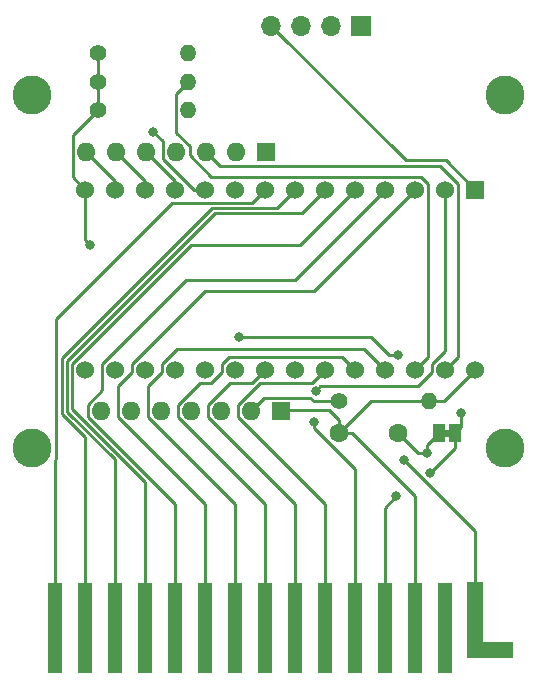
<source format=gtl>
G04 #@! TF.GenerationSoftware,KiCad,Pcbnew,(5.1.8)-1*
G04 #@! TF.CreationDate,2021-12-18T01:10:41-08:00*
G04 #@! TF.ProjectId,ensoniq-cartridge,656e736f-6e69-4712-9d63-617274726964,rev?*
G04 #@! TF.SameCoordinates,Original*
G04 #@! TF.FileFunction,Copper,L1,Top*
G04 #@! TF.FilePolarity,Positive*
%FSLAX46Y46*%
G04 Gerber Fmt 4.6, Leading zero omitted, Abs format (unit mm)*
G04 Created by KiCad (PCBNEW (5.1.8)-1) date 2021-12-18 01:10:41*
%MOMM*%
%LPD*%
G01*
G04 APERTURE LIST*
G04 #@! TA.AperFunction,EtchedComponent*
%ADD10C,0.100000*%
G04 #@! TD*
G04 #@! TA.AperFunction,ComponentPad*
%ADD11R,1.524000X1.524000*%
G04 #@! TD*
G04 #@! TA.AperFunction,ComponentPad*
%ADD12C,1.524000*%
G04 #@! TD*
G04 #@! TA.AperFunction,ComponentPad*
%ADD13O,1.400000X1.400000*%
G04 #@! TD*
G04 #@! TA.AperFunction,ComponentPad*
%ADD14C,1.400000*%
G04 #@! TD*
G04 #@! TA.AperFunction,ComponentPad*
%ADD15C,1.600000*%
G04 #@! TD*
G04 #@! TA.AperFunction,ConnectorPad*
%ADD16C,0.100000*%
G04 #@! TD*
G04 #@! TA.AperFunction,ConnectorPad*
%ADD17R,1.270000X7.620000*%
G04 #@! TD*
G04 #@! TA.AperFunction,SMDPad,CuDef*
%ADD18R,1.000000X1.500000*%
G04 #@! TD*
G04 #@! TA.AperFunction,ComponentPad*
%ADD19O,1.700000X1.700000*%
G04 #@! TD*
G04 #@! TA.AperFunction,ComponentPad*
%ADD20R,1.700000X1.700000*%
G04 #@! TD*
G04 #@! TA.AperFunction,ComponentPad*
%ADD21R,1.600000X1.600000*%
G04 #@! TD*
G04 #@! TA.AperFunction,ComponentPad*
%ADD22O,1.600000X1.600000*%
G04 #@! TD*
G04 #@! TA.AperFunction,ViaPad*
%ADD23C,3.302000*%
G04 #@! TD*
G04 #@! TA.AperFunction,ViaPad*
%ADD24C,0.800000*%
G04 #@! TD*
G04 #@! TA.AperFunction,Conductor*
%ADD25C,0.250000*%
G04 #@! TD*
G04 APERTURE END LIST*
D10*
G36*
X135693200Y-113380800D02*
G01*
X135193200Y-113380800D01*
X135193200Y-112780800D01*
X135693200Y-112780800D01*
X135693200Y-113380800D01*
G37*
D11*
X137833100Y-92468700D03*
D12*
X135293100Y-92468700D03*
X132753100Y-92468700D03*
X130213100Y-92468700D03*
X127673100Y-92468700D03*
X125133100Y-92468700D03*
X122593100Y-92468700D03*
X120053100Y-92468700D03*
X117513100Y-92468700D03*
X114973100Y-92468700D03*
X112433100Y-92468700D03*
X109893100Y-92468700D03*
X107353100Y-92468700D03*
X104813100Y-92468700D03*
X104813100Y-107708700D03*
X107353100Y-107708700D03*
X109893100Y-107708700D03*
X112433100Y-107708700D03*
X114973100Y-107708700D03*
X117513100Y-107708700D03*
X120053100Y-107708700D03*
X122593100Y-107708700D03*
X125133100Y-107708700D03*
X127673100Y-107708700D03*
X130213100Y-107708700D03*
X132753100Y-107708700D03*
X135293100Y-107708700D03*
X137833100Y-107708700D03*
D13*
X113538000Y-83312000D03*
D14*
X105918000Y-83312000D03*
D13*
X113538000Y-80899000D03*
D14*
X105918000Y-80899000D03*
D13*
X113538000Y-85725000D03*
D14*
X105918000Y-85725000D03*
D15*
X131288800Y-113080800D03*
X126288800Y-113080800D03*
G04 #@! TA.AperFunction,ConnectorPad*
D16*
G36*
X138439755Y-125680961D02*
G01*
X138449134Y-125683806D01*
X138457779Y-125688427D01*
X138465355Y-125694645D01*
X138471573Y-125702221D01*
X138476194Y-125710866D01*
X138479039Y-125720245D01*
X138480000Y-125730000D01*
X138480000Y-130760000D01*
X140970000Y-130760000D01*
X140979755Y-130760961D01*
X140989134Y-130763806D01*
X140997779Y-130768427D01*
X141005355Y-130774645D01*
X141011573Y-130782221D01*
X141016194Y-130790866D01*
X141019039Y-130800245D01*
X141020000Y-130810000D01*
X141020000Y-132080000D01*
X141019039Y-132089755D01*
X141016194Y-132099134D01*
X141011573Y-132107779D01*
X141005355Y-132115355D01*
X140997779Y-132121573D01*
X140989134Y-132126194D01*
X140979755Y-132129039D01*
X140970000Y-132130000D01*
X137160000Y-132130000D01*
X137150245Y-132129039D01*
X137140866Y-132126194D01*
X137132221Y-132121573D01*
X137124645Y-132115355D01*
X137118427Y-132107779D01*
X137113806Y-132099134D01*
X137110961Y-132089755D01*
X137110000Y-132080000D01*
X137110000Y-125730000D01*
X137110961Y-125720245D01*
X137113806Y-125710866D01*
X137118427Y-125702221D01*
X137124645Y-125694645D01*
X137132221Y-125688427D01*
X137140866Y-125683806D01*
X137150245Y-125680961D01*
X137160000Y-125680000D01*
X138430000Y-125680000D01*
X138439755Y-125680961D01*
G37*
G04 #@! TD.AperFunction*
D17*
X135255000Y-129540000D03*
X132715000Y-129540000D03*
X130175000Y-129540000D03*
X127635000Y-129540000D03*
X125095000Y-129540000D03*
X122555000Y-129540000D03*
X120015000Y-129540000D03*
X117475000Y-129540000D03*
X114935000Y-129540000D03*
X112395000Y-129540000D03*
X109855000Y-129540000D03*
X107315000Y-129540000D03*
X104775000Y-129540000D03*
X102235000Y-129540000D03*
D13*
X133959600Y-110388400D03*
D14*
X126339600Y-110388400D03*
D18*
X134793200Y-113080800D03*
X136093200Y-113080800D03*
D19*
X120548400Y-78587600D03*
X123088400Y-78587600D03*
X125628400Y-78587600D03*
D20*
X128168400Y-78587600D03*
D21*
X121386600Y-111201200D03*
D22*
X118846600Y-111201200D03*
X116306600Y-111201200D03*
X113766600Y-111201200D03*
X111226600Y-111201200D03*
X108686600Y-111201200D03*
X106146600Y-111201200D03*
X104902000Y-89306400D03*
X107442000Y-89306400D03*
X109982000Y-89306400D03*
X112522000Y-89306400D03*
X115062000Y-89306400D03*
X117602000Y-89306400D03*
D21*
X120142000Y-89306400D03*
D23*
X140335000Y-114300000D03*
X100330000Y-84455000D03*
X100330000Y-114300000D03*
X140335000Y-84455000D03*
D24*
X105257600Y-97129600D03*
X117805200Y-104902000D03*
X131318000Y-106426000D03*
X133756400Y-114757200D03*
X131775200Y-115316000D03*
X124155200Y-112115600D03*
X124311550Y-109470368D03*
X110591600Y-87579200D03*
X131165600Y-118414800D03*
X133986467Y-116418987D03*
X136652000Y-111404400D03*
D25*
X105918000Y-80899000D02*
X105918000Y-83312000D01*
X105918000Y-83312000D02*
X105918000Y-85725000D01*
X103776999Y-91432599D02*
X104813100Y-92468700D01*
X103776999Y-87866001D02*
X103776999Y-91432599D01*
X105918000Y-85725000D02*
X103776999Y-87866001D01*
X104813100Y-96685100D02*
X105257600Y-97129600D01*
X104813100Y-92468700D02*
X104813100Y-96685100D01*
X130539162Y-106426000D02*
X131318000Y-106426000D01*
X129015162Y-104902000D02*
X130539162Y-106426000D01*
X117805200Y-104902000D02*
X129015162Y-104902000D01*
X132965200Y-114757200D02*
X131288800Y-113080800D01*
X133756400Y-114757200D02*
X132965200Y-114757200D01*
X133756400Y-114117600D02*
X134793200Y-113080800D01*
X133756400Y-114757200D02*
X133756400Y-114117600D01*
X135153400Y-110388400D02*
X137833100Y-107708700D01*
X133959600Y-110388400D02*
X135153400Y-110388400D01*
X126288800Y-113080800D02*
X128981200Y-110388400D01*
X128981200Y-110388400D02*
X133959600Y-110388400D01*
X127420170Y-113080800D02*
X126288800Y-113080800D01*
X132715000Y-129540000D02*
X132715000Y-118375630D01*
X132715000Y-118375630D02*
X127420170Y-113080800D01*
X121386600Y-111201200D02*
X121451202Y-111136598D01*
X126288800Y-111949430D02*
X126288800Y-113080800D01*
X125475968Y-111136598D02*
X126288800Y-111949430D01*
X121451202Y-111136598D02*
X125475968Y-111136598D01*
X137795000Y-129540000D02*
X137795000Y-126111000D01*
X137795000Y-125799315D02*
X137795000Y-126111000D01*
X137795000Y-121335800D02*
X131775200Y-115316000D01*
X137795000Y-129540000D02*
X137795000Y-121335800D01*
X118846600Y-111201200D02*
X119971601Y-110076199D01*
X119971601Y-110076199D02*
X123836797Y-110076199D01*
X123836797Y-110076199D02*
X124148998Y-110388400D01*
X124148998Y-110388400D02*
X126339600Y-110388400D01*
X102235000Y-129540000D02*
X102108000Y-129667000D01*
X102235000Y-129540000D02*
X102235000Y-121031000D01*
X102306001Y-115248481D02*
X102306001Y-103383199D01*
X102235000Y-115319482D02*
X102306001Y-115248481D01*
X102235000Y-129540000D02*
X102235000Y-115319482D01*
X118966099Y-93555701D02*
X120053100Y-92468700D01*
X102306001Y-103383199D02*
X112133499Y-93555701D01*
X112133499Y-93555701D02*
X118966099Y-93555701D01*
X102826079Y-111438085D02*
X102826079Y-106750732D01*
X115571099Y-94005712D02*
X121056088Y-94005712D01*
X121056088Y-94005712D02*
X122593100Y-92468700D01*
X102826079Y-106750732D02*
X115571099Y-94005712D01*
X104775000Y-129540000D02*
X104775000Y-113387007D01*
X104775000Y-113387007D02*
X102826079Y-111438085D01*
X107315000Y-129540000D02*
X107315000Y-122555000D01*
X124371101Y-93230699D02*
X125133100Y-92468700D01*
X123146077Y-94455723D02*
X124371101Y-93230699D01*
X115757499Y-94455723D02*
X123146077Y-94455723D01*
X103276090Y-106937132D02*
X115757499Y-94455723D01*
X103276090Y-111251686D02*
X103276090Y-106937132D01*
X107315000Y-115290597D02*
X103276090Y-111251686D01*
X107315000Y-129540000D02*
X107315000Y-115290597D01*
X109855000Y-129540000D02*
X109855000Y-122758200D01*
X123019389Y-97122411D02*
X127673100Y-92468700D01*
X103726099Y-107186939D02*
X113790627Y-97122411D01*
X103726099Y-111065286D02*
X103726099Y-107186939D01*
X109855000Y-117194187D02*
X103726099Y-111065286D01*
X109855000Y-129540000D02*
X109855000Y-117194187D01*
X113790627Y-97122411D02*
X123019389Y-97122411D01*
X112395000Y-129540000D02*
X112395000Y-122656600D01*
X122569378Y-100112422D02*
X129451101Y-93230699D01*
X105021599Y-110661199D02*
X106266099Y-109416699D01*
X113375989Y-100112422D02*
X122569378Y-100112422D01*
X129451101Y-93230699D02*
X130213100Y-92468700D01*
X106266099Y-107222312D02*
X113375989Y-100112422D01*
X112395000Y-119097778D02*
X105021599Y-111724376D01*
X112395000Y-129540000D02*
X112395000Y-119097778D01*
X105021599Y-111724376D02*
X105021599Y-110661199D01*
X106266099Y-109416699D02*
X106266099Y-107222312D01*
X114935000Y-129540000D02*
X114935000Y-122809000D01*
X114935000Y-129540000D02*
X114935000Y-119114602D01*
X124144178Y-101077622D02*
X131991101Y-93230699D01*
X108806099Y-107249123D02*
X114977600Y-101077622D01*
X114935000Y-119114602D02*
X107561599Y-111741201D01*
X114977600Y-101077622D02*
X124144178Y-101077622D01*
X107561599Y-109108963D02*
X108806099Y-107864463D01*
X107561599Y-111741201D02*
X107561599Y-109108963D01*
X131991101Y-93230699D02*
X132753100Y-92468700D01*
X108806099Y-107864463D02*
X108806099Y-107249123D01*
X127635000Y-129540000D02*
X127635000Y-121640600D01*
X124155200Y-112612202D02*
X124155200Y-112115600D01*
X127635000Y-116092002D02*
X124155200Y-112612202D01*
X127635000Y-129540000D02*
X127635000Y-116092002D01*
X135293100Y-92468700D02*
X135293100Y-106099938D01*
X133000193Y-109070369D02*
X124711549Y-109070369D01*
X124711549Y-109070369D02*
X124311550Y-109470368D01*
X134206099Y-107864463D02*
X133000193Y-109070369D01*
X134206099Y-107186939D02*
X134206099Y-107864463D01*
X135293100Y-106099938D02*
X134206099Y-107186939D01*
X107353100Y-91757500D02*
X107353100Y-92468700D01*
X104902000Y-89306400D02*
X107353100Y-91757500D01*
X109893100Y-91757500D02*
X109893100Y-92468700D01*
X107442000Y-89306400D02*
X109893100Y-91757500D01*
X112433100Y-91757500D02*
X112433100Y-92468700D01*
X109982000Y-89306400D02*
X112433100Y-91757500D01*
X111396999Y-89846401D02*
X114019298Y-92468700D01*
X114019298Y-92468700D02*
X114973100Y-92468700D01*
X111396999Y-88384599D02*
X111396999Y-89846401D01*
X110591600Y-87579200D02*
X111396999Y-88384599D01*
X122555000Y-129540000D02*
X122555000Y-123012200D01*
X118966099Y-108795701D02*
X120053100Y-107708700D01*
X115181599Y-110661199D02*
X117047097Y-108795701D01*
X122555000Y-119114602D02*
X115181599Y-111741201D01*
X122555000Y-129540000D02*
X122555000Y-119114602D01*
X115181599Y-111741201D02*
X115181599Y-110661199D01*
X117047097Y-108795701D02*
X118966099Y-108795701D01*
X125095000Y-129540000D02*
X125095000Y-122351800D01*
X124046099Y-108795701D02*
X125133100Y-107708700D01*
X125095000Y-129540000D02*
X125095000Y-119114602D01*
X125095000Y-119114602D02*
X117721599Y-111741201D01*
X117721599Y-110676611D02*
X119602509Y-108795701D01*
X117721599Y-111741201D02*
X117721599Y-110676611D01*
X119602509Y-108795701D02*
X124046099Y-108795701D01*
X120015000Y-129540000D02*
X120015000Y-123113800D01*
X126586099Y-106621699D02*
X127673100Y-107708700D01*
X116426099Y-107186939D02*
X116991339Y-106621699D01*
X116426099Y-107864463D02*
X116426099Y-107186939D01*
X114507097Y-108795701D02*
X115494861Y-108795701D01*
X115494861Y-108795701D02*
X116426099Y-107864463D01*
X112641599Y-111741201D02*
X112641599Y-110661199D01*
X112641599Y-110661199D02*
X114507097Y-108795701D01*
X120015000Y-119114602D02*
X112641599Y-111741201D01*
X116991339Y-106621699D02*
X126586099Y-106621699D01*
X120015000Y-129540000D02*
X120015000Y-119114602D01*
X117475000Y-129540000D02*
X117475000Y-123012200D01*
X111346099Y-107186939D02*
X112615038Y-105918000D01*
X110101599Y-111741201D02*
X110101599Y-109108963D01*
X111346099Y-107864463D02*
X111346099Y-107186939D01*
X117475000Y-119114602D02*
X110101599Y-111741201D01*
X110101599Y-109108963D02*
X111346099Y-107864463D01*
X117475000Y-129540000D02*
X117475000Y-119114602D01*
X128422400Y-105918000D02*
X130213100Y-107708700D01*
X112615038Y-105918000D02*
X128422400Y-105918000D01*
X131942190Y-89981390D02*
X120548400Y-78587600D01*
X135345790Y-89981390D02*
X131942190Y-89981390D01*
X137833100Y-92468700D02*
X135345790Y-89981390D01*
X133840101Y-106621699D02*
X132753100Y-107708700D01*
X133840101Y-91946939D02*
X133840101Y-106621699D01*
X133274861Y-91381699D02*
X133840101Y-91946939D01*
X113647001Y-89556403D02*
X115472297Y-91381699D01*
X113647001Y-88766399D02*
X113647001Y-89556403D01*
X115472297Y-91381699D02*
X133274861Y-91381699D01*
X112512999Y-87632397D02*
X113647001Y-88766399D01*
X112512999Y-84337001D02*
X112512999Y-87632397D01*
X113538000Y-83312000D02*
X112512999Y-84337001D01*
X130175000Y-119405400D02*
X131165600Y-118414800D01*
X130175000Y-129540000D02*
X130175000Y-119405400D01*
X136093200Y-114312254D02*
X133986467Y-116418987D01*
X136093200Y-113080800D02*
X136093200Y-114312254D01*
X136652000Y-112522000D02*
X136093200Y-113080800D01*
X136652000Y-111404400D02*
X136652000Y-112522000D01*
X136380101Y-106621699D02*
X135293100Y-107708700D01*
X136380101Y-91946939D02*
X136380101Y-106621699D01*
X134864563Y-90431401D02*
X136380101Y-91946939D01*
X116187001Y-90431401D02*
X134864563Y-90431401D01*
X115062000Y-89306400D02*
X116187001Y-90431401D01*
M02*

</source>
